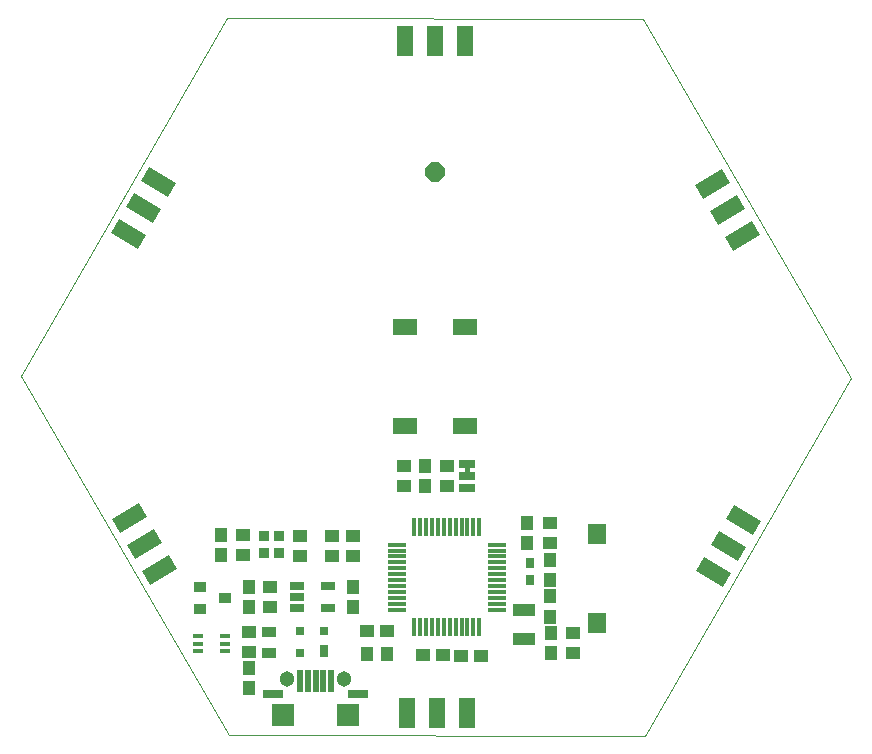
<source format=gts>
G75*
%MOIN*%
%OFA0B0*%
%FSLAX25Y25*%
%IPPOS*%
%LPD*%
%AMOC8*
5,1,8,0,0,1.08239X$1,22.5*
%
%ADD10C,0.00000*%
%ADD11R,0.04337X0.04731*%
%ADD12R,0.04731X0.04337*%
%ADD13R,0.03156X0.04337*%
%ADD14R,0.03156X0.02762*%
%ADD15R,0.05124X0.03550*%
%ADD16OC8,0.06400*%
%ADD17R,0.05400X0.10400*%
%ADD18R,0.10400X0.05400*%
%ADD19R,0.03156X0.03353*%
%ADD20R,0.03550X0.03550*%
%ADD21R,0.03943X0.03550*%
%ADD22R,0.05124X0.02565*%
%ADD23R,0.03750X0.01800*%
%ADD24R,0.06306X0.01502*%
%ADD25R,0.01502X0.06306*%
%ADD26R,0.01975X0.07487*%
%ADD27R,0.07400X0.07400*%
%ADD28C,0.05124*%
%ADD29R,0.07093X0.02900*%
%ADD30R,0.07487X0.04337*%
%ADD31R,0.08372X0.05420*%
%ADD32R,0.05400X0.02900*%
%ADD33C,0.00500*%
%ADD34R,0.05912X0.06699*%
D10*
X0156177Y0131750D02*
X0294617Y0131378D01*
X0363514Y0250712D01*
X0293972Y0370419D01*
X0155532Y0370791D01*
X0086634Y0251457D01*
X0156177Y0131750D01*
D11*
X0162624Y0147315D03*
X0162624Y0154008D03*
X0162674Y0174365D03*
X0162674Y0181058D03*
X0153374Y0191565D03*
X0153374Y0198258D03*
X0197524Y0181058D03*
X0197524Y0174365D03*
X0201978Y0158562D03*
X0208670Y0158562D03*
X0255424Y0195615D03*
X0255424Y0202308D03*
X0262974Y0190008D03*
X0262974Y0183315D03*
X0263074Y0177908D03*
X0263074Y0171215D03*
X0263274Y0165708D03*
X0263274Y0159015D03*
X0221524Y0214667D03*
X0221524Y0221360D03*
D12*
X0214325Y0221408D03*
X0214325Y0214715D03*
X0228725Y0214715D03*
X0228725Y0221408D03*
X0197374Y0198108D03*
X0197374Y0191415D03*
X0190274Y0191465D03*
X0190274Y0198158D03*
X0179624Y0198108D03*
X0179624Y0191415D03*
X0169674Y0181058D03*
X0169674Y0174365D03*
X0162674Y0166058D03*
X0162674Y0159365D03*
X0160724Y0191565D03*
X0160724Y0198258D03*
X0201978Y0166512D03*
X0208671Y0166512D03*
X0220628Y0158262D03*
X0227321Y0158262D03*
X0233328Y0158212D03*
X0240020Y0158212D03*
X0270574Y0158965D03*
X0270574Y0165658D03*
X0262974Y0195565D03*
X0262974Y0202258D03*
D13*
X0187561Y0159759D03*
D14*
X0187561Y0166452D03*
X0179687Y0166452D03*
X0179687Y0158972D03*
D15*
X0169324Y0159068D03*
X0169324Y0166155D03*
D16*
X0224625Y0319362D03*
D17*
X0224752Y0363105D03*
X0234752Y0363105D03*
X0214752Y0363105D03*
X0215397Y0139064D03*
X0225397Y0139064D03*
X0235397Y0139064D03*
D18*
G36*
X0314417Y0191073D02*
X0323423Y0185874D01*
X0320723Y0181197D01*
X0311717Y0186396D01*
X0314417Y0191073D01*
G37*
G36*
X0319417Y0199733D02*
X0328423Y0194534D01*
X0325723Y0189857D01*
X0316717Y0195056D01*
X0319417Y0199733D01*
G37*
G36*
X0324417Y0208393D02*
X0333423Y0203194D01*
X0330723Y0198517D01*
X0321717Y0203716D01*
X0324417Y0208393D01*
G37*
G36*
X0321440Y0297831D02*
X0330446Y0303030D01*
X0333146Y0298353D01*
X0324140Y0293154D01*
X0321440Y0297831D01*
G37*
G36*
X0316440Y0306491D02*
X0325446Y0311690D01*
X0328146Y0307013D01*
X0319140Y0301814D01*
X0316440Y0306491D01*
G37*
G36*
X0311440Y0315151D02*
X0320446Y0320350D01*
X0323146Y0315673D01*
X0314140Y0310474D01*
X0311440Y0315151D01*
G37*
G36*
X0135731Y0311096D02*
X0126725Y0316295D01*
X0129425Y0320972D01*
X0138431Y0315773D01*
X0135731Y0311096D01*
G37*
G36*
X0130731Y0302436D02*
X0121725Y0307635D01*
X0124425Y0312312D01*
X0133431Y0307113D01*
X0130731Y0302436D01*
G37*
G36*
X0125731Y0293776D02*
X0116725Y0298975D01*
X0119425Y0303652D01*
X0128431Y0298453D01*
X0125731Y0293776D01*
G37*
G36*
X0128754Y0204275D02*
X0119748Y0199076D01*
X0117048Y0203753D01*
X0126054Y0208952D01*
X0128754Y0204275D01*
G37*
G36*
X0133754Y0195615D02*
X0124748Y0190416D01*
X0122048Y0195093D01*
X0131054Y0200292D01*
X0133754Y0195615D01*
G37*
G36*
X0138754Y0186954D02*
X0129748Y0181755D01*
X0127048Y0186432D01*
X0136054Y0191631D01*
X0138754Y0186954D01*
G37*
D19*
X0256424Y0189066D03*
X0256424Y0183357D03*
D20*
X0172674Y0192259D03*
X0167674Y0192259D03*
X0167674Y0198164D03*
X0172674Y0198164D03*
D21*
X0154605Y0177362D03*
X0146337Y0181102D03*
X0146337Y0173622D03*
D22*
X0178806Y0173972D03*
X0178806Y0177712D03*
X0178806Y0181452D03*
X0189042Y0181452D03*
X0189042Y0173972D03*
D23*
X0154699Y0164771D03*
X0154699Y0162212D03*
X0154699Y0159653D03*
X0145749Y0159653D03*
X0145749Y0162212D03*
X0145749Y0164771D03*
D24*
X0211892Y0173512D03*
X0211892Y0175481D03*
X0211892Y0177449D03*
X0211892Y0179418D03*
X0211892Y0181386D03*
X0211892Y0183355D03*
X0211892Y0185323D03*
X0211892Y0187292D03*
X0211892Y0189260D03*
X0211892Y0191229D03*
X0211892Y0193197D03*
X0211892Y0195166D03*
X0245356Y0195166D03*
X0245356Y0193197D03*
X0245356Y0191229D03*
X0245356Y0189260D03*
X0245356Y0187292D03*
X0245356Y0185323D03*
X0245356Y0183355D03*
X0245356Y0181386D03*
X0245356Y0179418D03*
X0245356Y0177449D03*
X0245356Y0175481D03*
X0245356Y0173512D03*
D25*
X0239451Y0167607D03*
X0237482Y0167607D03*
X0235514Y0167607D03*
X0233545Y0167607D03*
X0231577Y0167607D03*
X0229608Y0167607D03*
X0227640Y0167607D03*
X0225671Y0167607D03*
X0223703Y0167607D03*
X0221734Y0167607D03*
X0219766Y0167607D03*
X0217797Y0167607D03*
X0217797Y0201071D03*
X0219766Y0201071D03*
X0221734Y0201071D03*
X0223703Y0201071D03*
X0225671Y0201071D03*
X0227640Y0201071D03*
X0229608Y0201071D03*
X0231577Y0201071D03*
X0233545Y0201071D03*
X0235514Y0201071D03*
X0237482Y0201071D03*
X0239451Y0201071D03*
D26*
X0190047Y0149819D03*
X0187488Y0149819D03*
X0184929Y0149819D03*
X0182370Y0149819D03*
X0179811Y0149819D03*
D27*
X0174201Y0138402D03*
X0195658Y0138402D03*
D28*
X0194477Y0150331D03*
X0175382Y0150331D03*
D29*
X0170756Y0145489D03*
X0199103Y0145489D03*
D30*
X0254524Y0163691D03*
X0254524Y0173533D03*
D31*
X0234567Y0234847D03*
X0214586Y0234847D03*
X0214586Y0267619D03*
X0234567Y0267619D03*
D32*
X0235425Y0221962D03*
X0235425Y0217962D03*
X0235425Y0213962D03*
D33*
X0235925Y0219212D02*
X0234925Y0219212D01*
X0234925Y0220712D01*
X0235925Y0220712D01*
X0235925Y0219212D01*
X0235925Y0219326D02*
X0234925Y0219326D01*
X0234925Y0219824D02*
X0235925Y0219824D01*
X0235925Y0220323D02*
X0234925Y0220323D01*
D34*
X0278700Y0198651D03*
X0278700Y0169124D03*
M02*

</source>
